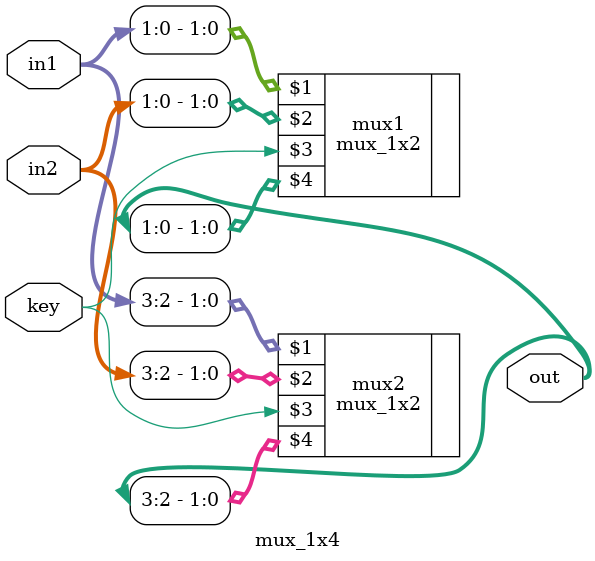
<source format=v>

`ifndef MULTIPLEXER_1X4
`define MULTIPLEXER_1X4

`include "mux_1x2.v"

module mux_1x4 (input [3:0] in1, input [3:0] in2, input key, output [3:0] out);

    mux_1x2 mux1(in1[1:0], in2[1:0], key, out[1:0]);
	mux_1x2 mux2(in1[3:2], in2[3:2], key, out[3:2]);

endmodule

`endif
</source>
